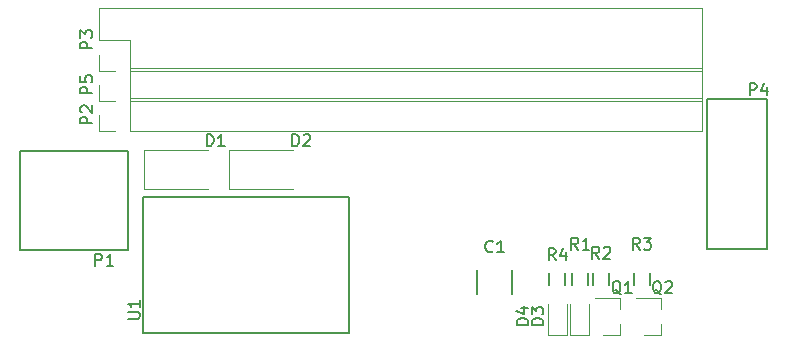
<source format=gbr>
G04 #@! TF.FileFunction,Legend,Top*
%FSLAX46Y46*%
G04 Gerber Fmt 4.6, Leading zero omitted, Abs format (unit mm)*
G04 Created by KiCad (PCBNEW 4.0.1-stable) date 2017-01-07 21:59:04*
%MOMM*%
G01*
G04 APERTURE LIST*
%ADD10C,0.100000*%
%ADD11C,0.150000*%
%ADD12C,0.120000*%
G04 APERTURE END LIST*
D10*
D11*
X-61792920Y31693640D02*
X-44292920Y31693640D01*
X-44292920Y43193640D02*
X-61792920Y43193640D01*
X-44292920Y31693640D02*
X-44292920Y43193640D01*
X-61792920Y31693640D02*
X-61792920Y43193640D01*
X-30528000Y37006000D02*
X-30528000Y35006000D01*
X-33478000Y35006000D02*
X-33478000Y37006000D01*
D12*
X-61702160Y47160680D02*
X-61702160Y43860680D01*
X-61702160Y43860680D02*
X-56302160Y43860680D01*
X-61702160Y47160680D02*
X-56302160Y47160680D01*
X-54473320Y47155600D02*
X-54473320Y43855600D01*
X-54473320Y43855600D02*
X-49073320Y43855600D01*
X-54473320Y47155600D02*
X-49073320Y47155600D01*
D11*
X-63013800Y38689400D02*
X-63013800Y47089400D01*
X-72213800Y47089400D02*
X-63013800Y47089400D01*
X-72213800Y38689400D02*
X-72213800Y47089400D01*
X-72213800Y38689400D02*
X-63013800Y38689400D01*
D12*
X-62860000Y48760000D02*
X-14480000Y48760000D01*
X-14480000Y48760000D02*
X-14480000Y51540000D01*
X-14480000Y51540000D02*
X-62860000Y51540000D01*
X-62860000Y51540000D02*
X-62860000Y48760000D01*
X-64130000Y48760000D02*
X-65520000Y48760000D01*
X-65520000Y48760000D02*
X-65520000Y50150000D01*
X-62860000Y53840000D02*
X-14480000Y53840000D01*
X-14480000Y53840000D02*
X-14480000Y59160000D01*
X-14480000Y59160000D02*
X-65520000Y59160000D01*
X-65520000Y59160000D02*
X-65520000Y56500000D01*
X-65520000Y56500000D02*
X-62860000Y56500000D01*
X-62860000Y56500000D02*
X-62860000Y53840000D01*
X-64130000Y53840000D02*
X-65520000Y53840000D01*
X-65520000Y53840000D02*
X-65520000Y55230000D01*
D11*
X-8929640Y51525400D02*
X-8929640Y38825400D01*
X-8929640Y38825400D02*
X-14009640Y38825400D01*
X-14009640Y51525400D02*
X-14009640Y38825400D01*
X-8929640Y51525400D02*
X-14009640Y51525400D01*
D12*
X-62860000Y51300000D02*
X-14480000Y51300000D01*
X-14480000Y51300000D02*
X-14480000Y54080000D01*
X-14480000Y54080000D02*
X-62860000Y54080000D01*
X-62860000Y54080000D02*
X-62860000Y51300000D01*
X-64130000Y51300000D02*
X-65520000Y51300000D01*
X-65520000Y51300000D02*
X-65520000Y52690000D01*
X-25591940Y31497700D02*
X-23991940Y31497700D01*
X-23991940Y31497700D02*
X-23991940Y34097700D01*
X-25591940Y31497700D02*
X-25591940Y34097700D01*
X-27496940Y31497700D02*
X-25896940Y31497700D01*
X-25896940Y31497700D02*
X-25896940Y34097700D01*
X-27496940Y31497700D02*
X-27496940Y34097700D01*
X-21364940Y31517700D02*
X-21364940Y32447700D01*
X-21364940Y34677700D02*
X-21364940Y33747700D01*
X-21364940Y34677700D02*
X-23524940Y34677700D01*
X-21364940Y31517700D02*
X-22824940Y31517700D01*
X-17872440Y31517700D02*
X-17872440Y32447700D01*
X-17872440Y34677700D02*
X-17872440Y33747700D01*
X-17872440Y34677700D02*
X-20032440Y34677700D01*
X-17872440Y31517700D02*
X-19332440Y31517700D01*
D11*
X-25466940Y35772700D02*
X-25466940Y36772700D01*
X-24116940Y36772700D02*
X-24116940Y35772700D01*
X-23688940Y35772700D02*
X-23688940Y36772700D01*
X-22338940Y36772700D02*
X-22338940Y35772700D01*
X-20196440Y35772700D02*
X-20196440Y36772700D01*
X-18846440Y36772700D02*
X-18846440Y35772700D01*
X-27371940Y35772700D02*
X-27371940Y36772700D01*
X-26021940Y36772700D02*
X-26021940Y35772700D01*
X-63040539Y32881735D02*
X-62231015Y32881735D01*
X-62135777Y32929354D01*
X-62088158Y32976973D01*
X-62040539Y33072211D01*
X-62040539Y33262688D01*
X-62088158Y33357926D01*
X-62135777Y33405545D01*
X-62231015Y33453164D01*
X-63040539Y33453164D01*
X-62040539Y34453164D02*
X-62040539Y33881735D01*
X-62040539Y34167449D02*
X-63040539Y34167449D01*
X-62897682Y34072211D01*
X-62802444Y33976973D01*
X-62754825Y33881735D01*
X-32159506Y38597457D02*
X-32207125Y38549838D01*
X-32349982Y38502219D01*
X-32445220Y38502219D01*
X-32588078Y38549838D01*
X-32683316Y38645076D01*
X-32730935Y38740314D01*
X-32778554Y38930790D01*
X-32778554Y39073648D01*
X-32730935Y39264124D01*
X-32683316Y39359362D01*
X-32588078Y39454600D01*
X-32445220Y39502219D01*
X-32349982Y39502219D01*
X-32207125Y39454600D01*
X-32159506Y39406981D01*
X-31207125Y38502219D02*
X-31778554Y38502219D01*
X-31492840Y38502219D02*
X-31492840Y39502219D01*
X-31588078Y39359362D01*
X-31683316Y39264124D01*
X-31778554Y39216505D01*
X-56363095Y47491619D02*
X-56363095Y48491619D01*
X-56125000Y48491619D01*
X-55982142Y48444000D01*
X-55886904Y48348762D01*
X-55839285Y48253524D01*
X-55791666Y48063048D01*
X-55791666Y47920190D01*
X-55839285Y47729714D01*
X-55886904Y47634476D01*
X-55982142Y47539238D01*
X-56125000Y47491619D01*
X-56363095Y47491619D01*
X-54839285Y47491619D02*
X-55410714Y47491619D01*
X-55125000Y47491619D02*
X-55125000Y48491619D01*
X-55220238Y48348762D01*
X-55315476Y48253524D01*
X-55410714Y48205905D01*
X-49124095Y47491619D02*
X-49124095Y48491619D01*
X-48886000Y48491619D01*
X-48743142Y48444000D01*
X-48647904Y48348762D01*
X-48600285Y48253524D01*
X-48552666Y48063048D01*
X-48552666Y47920190D01*
X-48600285Y47729714D01*
X-48647904Y47634476D01*
X-48743142Y47539238D01*
X-48886000Y47491619D01*
X-49124095Y47491619D01*
X-48171714Y48396381D02*
X-48124095Y48444000D01*
X-48028857Y48491619D01*
X-47790761Y48491619D01*
X-47695523Y48444000D01*
X-47647904Y48396381D01*
X-47600285Y48301143D01*
X-47600285Y48205905D01*
X-47647904Y48063048D01*
X-48219333Y47491619D01*
X-47600285Y47491619D01*
X-65811895Y37357019D02*
X-65811895Y38357019D01*
X-65430942Y38357019D01*
X-65335704Y38309400D01*
X-65288085Y38261781D01*
X-65240466Y38166543D01*
X-65240466Y38023686D01*
X-65288085Y37928448D01*
X-65335704Y37880829D01*
X-65430942Y37833210D01*
X-65811895Y37833210D01*
X-64288085Y37357019D02*
X-64859514Y37357019D01*
X-64573800Y37357019D02*
X-64573800Y38357019D01*
X-64669038Y38214162D01*
X-64764276Y38118924D01*
X-64859514Y38071305D01*
X-66067619Y49411905D02*
X-67067619Y49411905D01*
X-67067619Y49792858D01*
X-67020000Y49888096D01*
X-66972381Y49935715D01*
X-66877143Y49983334D01*
X-66734286Y49983334D01*
X-66639048Y49935715D01*
X-66591429Y49888096D01*
X-66543810Y49792858D01*
X-66543810Y49411905D01*
X-66972381Y50364286D02*
X-67020000Y50411905D01*
X-67067619Y50507143D01*
X-67067619Y50745239D01*
X-67020000Y50840477D01*
X-66972381Y50888096D01*
X-66877143Y50935715D01*
X-66781905Y50935715D01*
X-66639048Y50888096D01*
X-66067619Y50316667D01*
X-66067619Y50935715D01*
X-66067619Y55761905D02*
X-67067619Y55761905D01*
X-67067619Y56142858D01*
X-67020000Y56238096D01*
X-66972381Y56285715D01*
X-66877143Y56333334D01*
X-66734286Y56333334D01*
X-66639048Y56285715D01*
X-66591429Y56238096D01*
X-66543810Y56142858D01*
X-66543810Y55761905D01*
X-67067619Y56666667D02*
X-67067619Y57285715D01*
X-66686667Y56952381D01*
X-66686667Y57095239D01*
X-66639048Y57190477D01*
X-66591429Y57238096D01*
X-66496190Y57285715D01*
X-66258095Y57285715D01*
X-66162857Y57238096D01*
X-66115238Y57190477D01*
X-66067619Y57095239D01*
X-66067619Y56809524D01*
X-66115238Y56714286D01*
X-66162857Y56666667D01*
X-10389095Y51809619D02*
X-10389095Y52809619D01*
X-10008142Y52809619D01*
X-9912904Y52762000D01*
X-9865285Y52714381D01*
X-9817666Y52619143D01*
X-9817666Y52476286D01*
X-9865285Y52381048D01*
X-9912904Y52333429D01*
X-10008142Y52285810D01*
X-10389095Y52285810D01*
X-8960523Y52476286D02*
X-8960523Y51809619D01*
X-9198619Y52857238D02*
X-9436714Y52142952D01*
X-8817666Y52142952D01*
X-66067619Y51951905D02*
X-67067619Y51951905D01*
X-67067619Y52332858D01*
X-67020000Y52428096D01*
X-66972381Y52475715D01*
X-66877143Y52523334D01*
X-66734286Y52523334D01*
X-66639048Y52475715D01*
X-66591429Y52428096D01*
X-66543810Y52332858D01*
X-66543810Y51951905D01*
X-67067619Y53428096D02*
X-67067619Y52951905D01*
X-66591429Y52904286D01*
X-66639048Y52951905D01*
X-66686667Y53047143D01*
X-66686667Y53285239D01*
X-66639048Y53380477D01*
X-66591429Y53428096D01*
X-66496190Y53475715D01*
X-66258095Y53475715D01*
X-66162857Y53428096D01*
X-66115238Y53380477D01*
X-66067619Y53285239D01*
X-66067619Y53047143D01*
X-66115238Y52951905D01*
X-66162857Y52904286D01*
X-27867619Y32346905D02*
X-28867619Y32346905D01*
X-28867619Y32585000D01*
X-28820000Y32727858D01*
X-28724762Y32823096D01*
X-28629524Y32870715D01*
X-28439048Y32918334D01*
X-28296190Y32918334D01*
X-28105714Y32870715D01*
X-28010476Y32823096D01*
X-27915238Y32727858D01*
X-27867619Y32585000D01*
X-27867619Y32346905D01*
X-28867619Y33251667D02*
X-28867619Y33870715D01*
X-28486667Y33537381D01*
X-28486667Y33680239D01*
X-28439048Y33775477D01*
X-28391429Y33823096D01*
X-28296190Y33870715D01*
X-28058095Y33870715D01*
X-27962857Y33823096D01*
X-27915238Y33775477D01*
X-27867619Y33680239D01*
X-27867619Y33394524D01*
X-27915238Y33299286D01*
X-27962857Y33251667D01*
X-29137619Y32346905D02*
X-30137619Y32346905D01*
X-30137619Y32585000D01*
X-30090000Y32727858D01*
X-29994762Y32823096D01*
X-29899524Y32870715D01*
X-29709048Y32918334D01*
X-29566190Y32918334D01*
X-29375714Y32870715D01*
X-29280476Y32823096D01*
X-29185238Y32727858D01*
X-29137619Y32585000D01*
X-29137619Y32346905D01*
X-29804286Y33775477D02*
X-29137619Y33775477D01*
X-30185238Y33537381D02*
X-29470952Y33299286D01*
X-29470952Y33918334D01*
X-21303238Y34950381D02*
X-21398476Y34998000D01*
X-21493714Y35093238D01*
X-21636571Y35236095D01*
X-21731810Y35283714D01*
X-21827048Y35283714D01*
X-21779429Y35045619D02*
X-21874667Y35093238D01*
X-21969905Y35188476D01*
X-22017524Y35378952D01*
X-22017524Y35712286D01*
X-21969905Y35902762D01*
X-21874667Y35998000D01*
X-21779429Y36045619D01*
X-21588952Y36045619D01*
X-21493714Y35998000D01*
X-21398476Y35902762D01*
X-21350857Y35712286D01*
X-21350857Y35378952D01*
X-21398476Y35188476D01*
X-21493714Y35093238D01*
X-21588952Y35045619D01*
X-21779429Y35045619D01*
X-20398476Y35045619D02*
X-20969905Y35045619D01*
X-20684191Y35045619D02*
X-20684191Y36045619D01*
X-20779429Y35902762D01*
X-20874667Y35807524D01*
X-20969905Y35759905D01*
X-17874238Y34950381D02*
X-17969476Y34998000D01*
X-18064714Y35093238D01*
X-18207571Y35236095D01*
X-18302810Y35283714D01*
X-18398048Y35283714D01*
X-18350429Y35045619D02*
X-18445667Y35093238D01*
X-18540905Y35188476D01*
X-18588524Y35378952D01*
X-18588524Y35712286D01*
X-18540905Y35902762D01*
X-18445667Y35998000D01*
X-18350429Y36045619D01*
X-18159952Y36045619D01*
X-18064714Y35998000D01*
X-17969476Y35902762D01*
X-17921857Y35712286D01*
X-17921857Y35378952D01*
X-17969476Y35188476D01*
X-18064714Y35093238D01*
X-18159952Y35045619D01*
X-18350429Y35045619D01*
X-17540905Y35950381D02*
X-17493286Y35998000D01*
X-17398048Y36045619D01*
X-17159952Y36045619D01*
X-17064714Y35998000D01*
X-17017095Y35950381D01*
X-16969476Y35855143D01*
X-16969476Y35759905D01*
X-17017095Y35617048D01*
X-17588524Y35045619D01*
X-16969476Y35045619D01*
X-24930666Y38728619D02*
X-25264000Y39204810D01*
X-25502095Y38728619D02*
X-25502095Y39728619D01*
X-25121142Y39728619D01*
X-25025904Y39681000D01*
X-24978285Y39633381D01*
X-24930666Y39538143D01*
X-24930666Y39395286D01*
X-24978285Y39300048D01*
X-25025904Y39252429D01*
X-25121142Y39204810D01*
X-25502095Y39204810D01*
X-23978285Y38728619D02*
X-24549714Y38728619D01*
X-24264000Y38728619D02*
X-24264000Y39728619D01*
X-24359238Y39585762D01*
X-24454476Y39490524D01*
X-24549714Y39442905D01*
X-23152666Y37966619D02*
X-23486000Y38442810D01*
X-23724095Y37966619D02*
X-23724095Y38966619D01*
X-23343142Y38966619D01*
X-23247904Y38919000D01*
X-23200285Y38871381D01*
X-23152666Y38776143D01*
X-23152666Y38633286D01*
X-23200285Y38538048D01*
X-23247904Y38490429D01*
X-23343142Y38442810D01*
X-23724095Y38442810D01*
X-22771714Y38871381D02*
X-22724095Y38919000D01*
X-22628857Y38966619D01*
X-22390761Y38966619D01*
X-22295523Y38919000D01*
X-22247904Y38871381D01*
X-22200285Y38776143D01*
X-22200285Y38680905D01*
X-22247904Y38538048D01*
X-22819333Y37966619D01*
X-22200285Y37966619D01*
X-19723666Y38728619D02*
X-20057000Y39204810D01*
X-20295095Y38728619D02*
X-20295095Y39728619D01*
X-19914142Y39728619D01*
X-19818904Y39681000D01*
X-19771285Y39633381D01*
X-19723666Y39538143D01*
X-19723666Y39395286D01*
X-19771285Y39300048D01*
X-19818904Y39252429D01*
X-19914142Y39204810D01*
X-20295095Y39204810D01*
X-19390333Y39728619D02*
X-18771285Y39728619D01*
X-19104619Y39347667D01*
X-18961761Y39347667D01*
X-18866523Y39300048D01*
X-18818904Y39252429D01*
X-18771285Y39157190D01*
X-18771285Y38919095D01*
X-18818904Y38823857D01*
X-18866523Y38776238D01*
X-18961761Y38728619D01*
X-19247476Y38728619D01*
X-19342714Y38776238D01*
X-19390333Y38823857D01*
X-26835666Y37839619D02*
X-27169000Y38315810D01*
X-27407095Y37839619D02*
X-27407095Y38839619D01*
X-27026142Y38839619D01*
X-26930904Y38792000D01*
X-26883285Y38744381D01*
X-26835666Y38649143D01*
X-26835666Y38506286D01*
X-26883285Y38411048D01*
X-26930904Y38363429D01*
X-27026142Y38315810D01*
X-27407095Y38315810D01*
X-25978523Y38506286D02*
X-25978523Y37839619D01*
X-26216619Y38887238D02*
X-26454714Y38172952D01*
X-25835666Y38172952D01*
M02*

</source>
